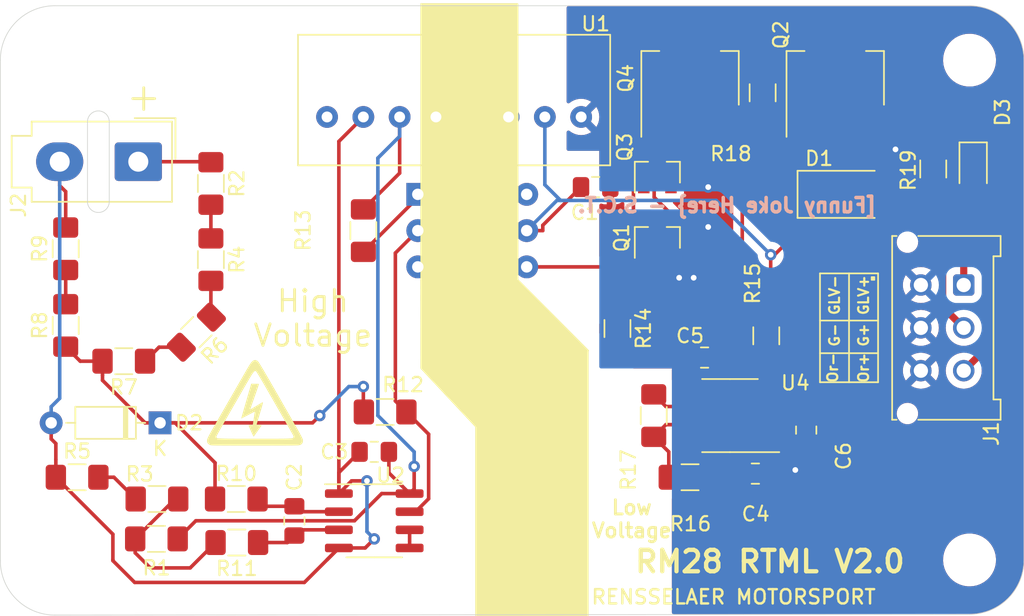
<source format=kicad_pcb>
(kicad_pcb (version 20240108) (generator "pcbnew") (generator_version "8.0")
  (layers (0 "F.Cu" signal) (31 "B.Cu" signal) (34 "B.Paste" user) (35 "F.Paste" user) (36 "B.SilkS" user "B.Silkscreen") (37 "F.SilkS" user "F.Silkscreen") (38 "B.Mask" user) (39 "F.Mask" user) (44 "Edge.Cuts" user))
  (net 0 "")
  (footprint "Package_TO_SOT_SMD:SOT-223-3_TabPin2" (layer "F.Cu") (at 141.732 81.788 90)
    (property "Reference" "Q4" (at 0 -4.5 90) (layer "F.SilkS"))
    (property "Value" "MCT06P10-TP" (hide yes))
    (pad "1" smd rect (at -3.15 -2.3 90) (size 2 1.5) (layers "F.Cu" "F.Paste" "F.Mask"))
    (pad "2" smd rect (at -3.15 0 90) (size 2 1.5) (layers "F.Cu" "F.Paste" "F.Mask"))
    (pad "2" smd rect (at 3.15 0 90) (size 2 3.8) (layers "F.Cu" "F.Paste" "F.Mask"))
    (pad "3" smd rect (at -3.15 2.3 90) (size 2 1.5) (layers "F.Cu" "F.Paste" "F.Mask"))
  )
  (footprint "Capacitor_SMD:C_0805_2012Metric_Pad1.15x1.40mm_HandSolder" (layer "F.Cu") (at 146.304 109.474 180)
    (property "Reference" "C4" (at -0.016909 -2.83128 0) (layer "F.SilkS"))
    (property "Value" "100n")
    (pad "1" smd roundrect (at -1.025 0 180) (size 1.15 1.4) (layers "F.Cu" "F.Paste" "F.Mask") (roundrect_rratio 0.217391))
    (pad "2" smd roundrect (at 1.025 0 180) (size 1.15 1.4) (layers "F.Cu" "F.Paste" "F.Mask") (roundrect_rratio 0.217391))
  )
  (footprint "Capacitor_SMD:C_0805_2012Metric_Pad1.15x1.40mm_HandSolder" (layer "F.Cu") (at 149.86 106.426 90)
    (property "Reference" "C6" (at -1.82095 2.607737 90) (layer "F.SilkS"))
    (property "Value" "1u")
    (pad "1" smd roundrect (at -1.025 0 90) (size 1.15 1.4) (layers "F.Cu" "F.Paste" "F.Mask") (roundrect_rratio 0.217391))
    (pad "2" smd roundrect (at 1.025 0 90) (size 1.15 1.4) (layers "F.Cu" "F.Paste" "F.Mask") (roundrect_rratio 0.217391))
  )
  (footprint "Capacitor_SMD:C_0805_2012Metric_Pad1.15x1.40mm_HandSolder" (layer "F.Cu") (at 114.046 112.785 -90)
    (property "Reference" "C2" (at -3.057 0 90) (layer "F.SilkS"))
    (property "Value" "10n")
    (pad "1" smd roundrect (at -1.025 0 270) (size 1.15 1.4) (layers "F.Cu" "F.Paste" "F.Mask") (roundrect_rratio 0.217391))
    (pad "2" smd roundrect (at 1.025 0 270) (size 1.15 1.4) (layers "F.Cu" "F.Paste" "F.Mask") (roundrect_rratio 0.217391))
  )
  (footprint "Capacitor_SMD:C_0805_2012Metric_Pad1.15x1.40mm_HandSolder" (layer "F.Cu") (at 119.634 107.95 180)
    (property "Reference" "C3" (at 2.794 0 0) (layer "F.SilkS"))
    (property "Value" "100n")
    (pad "1" smd roundrect (at -1.025 0 180) (size 1.15 1.4) (layers "F.Cu" "F.Paste" "F.Mask") (roundrect_rratio 0.217391))
    (pad "2" smd roundrect (at 1.025 0 180) (size 1.15 1.4) (layers "F.Cu" "F.Paste" "F.Mask") (roundrect_rratio 0.217391))
  )
  (footprint "Resistor_SMD:R_1206_3216Metric_Pad1.42x1.75mm_HandSolder" (layer "F.Cu") (at 120.396 105.156)
    (property "Reference" "R12" (at 1.253872 -1.909364 0) (layer "F.SilkS"))
    (property "Value" "1M")
    (pad "1" smd roundrect (at -1.4875 0) (size 1.425 1.75) (layers "F.Cu" "F.Paste" "F.Mask") (roundrect_rratio 0.175439))
    (pad "2" smd roundrect (at 1.4875 0) (size 1.425 1.75) (layers "F.Cu" "F.Paste" "F.Mask") (roundrect_rratio 0.175439))
  )
  (footprint "Resistor_SMD:R_1206_3216Metric_Pad1.42x1.75mm_HandSolder" (layer "F.Cu") (at 141.732 109.728)
    (property "Reference" "R16" (at 0.032187 3.265535 0) (layer "F.SilkS"))
    (property "Value" "22k")
    (pad "1" smd roundrect (at -1.4875 0) (size 1.425 1.75) (layers "F.Cu" "F.Paste" "F.Mask") (roundrect_rratio 0.175439))
    (pad "2" smd roundrect (at 1.4875 0) (size 1.425 1.75) (layers "F.Cu" "F.Paste" "F.Mask") (roundrect_rratio 0.175439))
  )
  (footprint "Connector_Molex:Molex_Micro-Fit_3.0_43045-0612_2x03_P3.00mm_Vertical" (layer "F.Cu") (at 160.8836 96.266 -90)
    (property "Reference" "J1" (at 10.414 -1.9304 90) (layer "F.SilkS"))
    (property "Value" "Conn_01x06_Female" (hide yes))
    (pad "" np_thru_hole circle (at -3 3.94 270) (size 1 1) (drill 1) (layers "F&B.Cu" "*.Mask"))
    (pad "" np_thru_hole circle (at 9 3.94 270) (size 1 1) (drill 1) (layers "F&B.Cu" "*.Mask"))
    (pad "1" thru_hole roundrect (at 0 0 270) (size 1.5 1.5) (drill 1) (layers "*.Cu" "*.Mask") (roundrect_rratio 0.166667))
    (pad "2" thru_hole circle (at 3 0 270) (size 1.5 1.5) (drill 1) (layers "*.Cu" "*.Mask"))
    (pad "3" thru_hole circle (at 6 0 270) (size 1.5 1.5) (drill 1) (layers "*.Cu" "*.Mask"))
    (pad "4" thru_hole circle (at 0 3 270) (size 1.5 1.5) (drill 1) (layers "*.Cu" "*.Mask"))
    (pad "5" thru_hole circle (at 3 3 270) (size 1.5 1.5) (drill 1) (layers "*.Cu" "*.Mask"))
    (pad "6" thru_hole circle (at 6 3 270) (size 1.5 1.5) (drill 1) (layers "*.Cu" "*.Mask"))
  )
  (footprint "Resistor_SMD:R_1206_3216Metric_Pad1.42x1.75mm_HandSolder" (layer "F.Cu") (at 108.204 94.488 -90)
    (property "Reference" "R4" (at 0 -1.82 90) (layer "F.SilkS"))
    (property "Value" "249k")
    (pad "1" smd roundrect (at -1.4875 0 270) (size 1.425 1.75) (layers "F.Cu" "F.Paste" "F.Mask") (roundrect_rratio 0.175439))
    (pad "2" smd roundrect (at 1.4875 0 270) (size 1.425 1.75) (layers "F.Cu" "F.Paste" "F.Mask") (roundrect_rratio 0.175439))
  )
  (footprint "Capacitor_SMD:C_0805_2012Metric_Pad1.15x1.40mm_HandSolder" (layer "F.Cu") (at 142.748 101.346 180)
    (property "Reference" "C5" (at 1.016 1.524 0) (layer "F.SilkS"))
    (property "Value" "100n")
    (pad "1" smd roundrect (at -1.025 0 180) (size 1.15 1.4) (layers "F.Cu" "F.Paste" "F.Mask") (roundrect_rratio 0.217391))
    (pad "2" smd roundrect (at 1.025 0 180) (size 1.15 1.4) (layers "F.Cu" "F.Paste" "F.Mask") (roundrect_rratio 0.217391))
  )
  (footprint "TSAL-HVM:SPAN02" (layer "F.Cu") (at 125.476 83.312 180)
    (property "Reference" "U1" (at -9.652 5.334 0) (layer "F.SilkS"))
    (property "Value" "SPAN02A-12")
    (pad "1" thru_hole circle (at -8.636 -1.184 180) (size 1.524 1.524) (drill 0.762) (layers "*.Cu" "*.Mask"))
    (pad "2" thru_hole circle (at -6.096 -1.184 180) (size 1.524 1.524) (drill 0.762) (layers "*.Cu" "*.Mask"))
    (pad "3" thru_hole circle (at -3.556 -1.184 180) (size 1.524 1.524) (drill 0.762) (layers "*.Cu" "*.Mask"))
    (pad "5" thru_hole circle (at 1.524 -1.184 180) (size 1.524 1.524) (drill 0.762) (layers "*.Cu" "*.Mask"))
    (pad "6" thru_hole circle (at 4.064 -1.184 180) (size 1.524 1.524) (drill 0.762) (layers "*.Cu" "*.Mask"))
    (pad "7" thru_hole circle (at 6.604 -1.184 180) (size 1.524 1.524) (drill 0.762) (layers "*.Cu" "*.Mask"))
    (pad "8" thru_hole circle (at 9.144 -1.184 180) (size 1.524 1.524) (drill 0.762) (layers "*.Cu" "*.Mask"))
  )
  (footprint "TSAL-HVM:electric-shock-symbol" (layer "F.Cu") (at 111.29 104.518)
    (property "Reference" "G***" (hide yes))
    (property "Value" "LOGO" (hide yes))
  )
  (footprint "Resistor_SMD:R_1206_3216Metric_Pad1.42x1.75mm_HandSolder" (layer "F.Cu") (at 139.192 105.41 -90)
    (property "Reference" "R17" (at 3.81 1.778 90) (layer "F.SilkS"))
    (property "Value" "220k")
    (pad "1" smd roundrect (at -1.4875 0 270) (size 1.425 1.75) (layers "F.Cu" "F.Paste" "F.Mask") (roundrect_rratio 0.175439))
    (pad "2" smd roundrect (at 1.4875 0 270) (size 1.425 1.75) (layers "F.Cu" "F.Paste" "F.Mask") (roundrect_rratio 0.175439))
  )
  (footprint "Package_TO_SOT_SMD:SOT-23" (layer "F.Cu") (at 139.446 92.964 90)
    (property "Reference" "Q1" (at 0 -2.5 90) (layer "F.SilkS"))
    (property "Value" "2N7002" (hide yes))
    (pad "1" smd rect (at -1 -0.95 90) (size 0.9 0.8) (layers "F.Cu" "F.Paste" "F.Mask"))
    (pad "2" smd rect (at -1 0.95 90) (size 0.9 0.8) (layers "F.Cu" "F.Paste" "F.Mask"))
    (pad "3" smd rect (at 1 0 90) (size 0.9 0.8) (layers "F.Cu" "F.Paste" "F.Mask"))
  )
  (footprint "Resistor_SMD:R_1206_3216Metric_Pad1.42x1.75mm_HandSolder" (layer "F.Cu") (at 98.044 93.726 90)
    (property "Reference" "R9" (at 0 -1.82 90) (layer "F.SilkS"))
    (property "Value" "2k2")
    (pad "1" smd roundrect (at -1.4875 0 90) (size 1.425 1.75) (layers "F.Cu" "F.Paste" "F.Mask") (roundrect_rratio 0.175439))
    (pad "2" smd roundrect (at 1.4875 0 90) (size 1.425 1.75) (layers "F.Cu" "F.Paste" "F.Mask") (roundrect_rratio 0.175439))
  )
  (footprint "LED_SMD:LED_0805_2012Metric_Pad1.15x1.40mm_HandSolder" (layer "F.Cu") (at 161.544 88.138 -90)
    (property "Reference" "D3" (at -3.96143 -2.056787 90) (layer "F.SilkS"))
    (property "Value" "VHI")
    (pad "1" smd roundrect (at -1.025 0 270) (size 1.15 1.4) (layers "F.Cu" "F.Paste" "F.Mask") (roundrect_rratio 0.217391))
    (pad "2" smd roundrect (at 1.025 0 270) (size 1.15 1.4) (layers "F.Cu" "F.Paste" "F.Mask") (roundrect_rratio 0.217391))
  )
  (footprint "Resistor_SMD:R_1206_3216Metric_Pad1.42x1.75mm_HandSolder" (layer "F.Cu") (at 107.188 99.568 -135)
    (property "Reference" "R6" (at 0 -1.82 45) (layer "F.SilkS"))
    (property "Value" "249k")
    (pad "1" smd roundrect (at -1.4875 0 225) (size 1.425 1.75) (layers "F.Cu" "F.Paste" "F.Mask") (roundrect_rratio 0.175439))
    (pad "2" smd roundrect (at 1.4875 0 225) (size 1.425 1.75) (layers "F.Cu" "F.Paste" "F.Mask") (roundrect_rratio 0.175439))
  )
  (footprint "Resistor_SMD:R_1206_3216Metric_Pad1.42x1.75mm_HandSolder" (layer "F.Cu") (at 98.044 99.0965 90)
    (property "Reference" "R8" (at 0 -1.82 90) (layer "F.SilkS"))
    (property "Value" "49k9")
    (pad "1" smd roundrect (at -1.4875 0 90) (size 1.425 1.75) (layers "F.Cu" "F.Paste" "F.Mask") (roundrect_rratio 0.175439))
    (pad "2" smd roundrect (at 1.4875 0 90) (size 1.425 1.75) (layers "F.Cu" "F.Paste" "F.Mask") (roundrect_rratio 0.175439))
  )
  (footprint "Package_DIP:DIP-6_W7.62mm" (layer "F.Cu") (at 122.682 89.916)
    (property "Reference" "U3" (at 3.81 -2.33 0) (layer "F.SilkS"))
    (property "Value" "4N35")
    (pad "1" thru_hole rect (at 0 0) (size 1.6 1.6) (drill 0.8) (layers "*.Cu" "*.Mask"))
    (pad "2" thru_hole oval (at 0 2.54) (size 1.6 1.6) (drill 0.8) (layers "*.Cu" "*.Mask"))
    (pad "3" thru_hole oval (at 0 5.08) (size 1.6 1.6) (drill 0.8) (layers "*.Cu" "*.Mask"))
    (pad "4" thru_hole oval (at 7.62 5.08) (size 1.6 1.6) (drill 0.8) (layers "*.Cu" "*.Mask"))
    (pad "5" thru_hole oval (at 7.62 2.54) (size 1.6 1.6) (drill 0.8) (layers "*.Cu" "*.Mask"))
    (pad "6" thru_hole oval (at 7.62 0) (size 1.6 1.6) (drill 0.8) (layers "*.Cu" "*.Mask"))
  )
  (footprint "Resistor_SMD:R_1206_3216Metric_Pad1.42x1.75mm_HandSolder" (layer "F.Cu") (at 110.0185 114.3 180)
    (property "Reference" "R11" (at 0 -1.82 0) (layer "F.SilkS"))
    (property "Value" "100")
    (pad "1" smd roundrect (at -1.4875 0 180) (size 1.425 1.75) (layers "F.Cu" "F.Paste" "F.Mask") (roundrect_rratio 0.175439))
    (pad "2" smd roundrect (at 1.4875 0 180) (size 1.425 1.75) (layers "F.Cu" "F.Paste" "F.Mask") (roundrect_rratio 0.175439))
  )
  (footprint "Resistor_SMD:R_1206_3216Metric_Pad1.42x1.75mm_HandSolder" (layer "F.Cu") (at 147.066 99.822 90)
    (property "Reference" "R15" (at 3.657417 -0.956957 90) (layer "F.SilkS"))
    (property "Value" "22k")
    (pad "1" smd roundrect (at -1.4875 0 90) (size 1.425 1.75) (layers "F.Cu" "F.Paste" "F.Mask") (roundrect_rratio 0.175439))
    (pad "2" smd roundrect (at 1.4875 0 90) (size 1.425 1.75) (layers "F.Cu" "F.Paste" "F.Mask") (roundrect_rratio 0.175439))
  )
  (footprint "Resistor_SMD:R_1206_3216Metric_Pad1.42x1.75mm_HandSolder" (layer "F.Cu") (at 136.652 99.314 -90)
    (property "Reference" "R14" (at 0 -1.82 90) (layer "F.SilkS"))
    (property "Value" "10k")
    (pad "1" smd roundrect (at -1.4875 0 270) (size 1.425 1.75) (layers "F.Cu" "F.Paste" "F.Mask") (roundrect_rratio 0.175439))
    (pad "2" smd roundrect (at 1.4875 0 270) (size 1.425 1.75) (layers "F.Cu" "F.Paste" "F.Mask") (roundrect_rratio 0.175439))
  )
  (footprint "Resistor_SMD:R_1206_3216Metric_Pad1.42x1.75mm_HandSolder" (layer "F.Cu") (at 109.982 111.252 180)
    (property "Reference" "R10" (at 0 1.778 0) (layer "F.SilkS"))
    (property "Value" "100")
    (pad "1" smd roundrect (at -1.4875 0 180) (size 1.425 1.75) (layers "F.Cu" "F.Paste" "F.Mask") (roundrect_rratio 0.175439))
    (pad "2" smd roundrect (at 1.4875 0 180) (size 1.425 1.75) (layers "F.Cu" "F.Paste" "F.Mask") (roundrect_rratio 0.175439))
  )
  (footprint "Package_TO_SOT_SMD:SOT-223-3_TabPin2" (layer "F.Cu") (at 151.892 81.788 90)
    (property "Reference" "Q2" (at 3.048 -3.81 90) (layer "F.SilkS"))
    (property "Value" "MCT06P10-TP")
    (pad "1" smd rect (at -3.15 -2.3 90) (size 2 1.5) (layers "F.Cu" "F.Paste" "F.Mask"))
    (pad "2" smd rect (at -3.15 0 90) (size 2 1.5) (layers "F.Cu" "F.Paste" "F.Mask"))
    (pad "2" smd rect (at 3.15 0 90) (size 2 3.8) (layers "F.Cu" "F.Paste" "F.Mask"))
    (pad "3" smd rect (at -3.15 2.3 90) (size 2 1.5) (layers "F.Cu" "F.Paste" "F.Mask"))
  )
  (footprint "Connector_Molex:Molex_Mini-Fit_Jr_5566-02A_2x01_P4.20mm_Vertical" (layer "F.Cu") (at 103.124 87.63 -90)
    (property "Reference" "J2" (at 3.048 8.382 90) (layer "F.SilkS"))
    (property "Value" "HV")
    (pad "1" thru_hole roundrect (at 0 0 270) (size 2.7 3.3) (drill 1.4) (layers "*.Cu" "*.Mask") (roundrect_rratio 0.092593))
    (pad "2" thru_hole oval (at 0 5.5 270) (size 2.7 3.3) (drill 1.4) (layers "*.Cu" "*.Mask"))
  )
  (footprint "Capacitor_SMD:C_0805_2012Metric_Pad1.15x1.40mm_HandSolder" (layer "F.Cu") (at 135.128 89.408 180)
    (property "Reference" "C1" (at 0.762 -1.778 0) (layer "F.SilkS"))
    (property "Value" "1u")
    (pad "1" smd roundrect (at -1.025 0 180) (size 1.15 1.4) (layers "F.Cu" "F.Paste" "F.Mask") (roundrect_rratio 0.217391))
    (pad "2" smd roundrect (at 1.025 0 180) (size 1.15 1.4) (layers "F.Cu" "F.Paste" "F.Mask") (roundrect_rratio 0.217391))
  )
  (footprint "Resistor_SMD:R_1206_3216Metric_Pad1.42x1.75mm_HandSolder" (layer "F.Cu") (at 108.204 89.154 -90)
    (property "Reference" "R2" (at 0 -1.82 90) (layer "F.SilkS"))
    (property "Value" "249k")
    (pad "1" smd roundrect (at -1.4875 0 270) (size 1.425 1.75) (layers "F.Cu" "F.Paste" "F.Mask") (roundrect_rratio 0.175439))
    (pad "2" smd roundrect (at 1.4875 0 270) (size 1.425 1.75) (layers "F.Cu" "F.Paste" "F.Mask") (roundrect_rratio 0.175439))
  )
  (footprint "Resistor_SMD:R_1206_3216Metric_Pad1.42x1.75mm_HandSolder" (layer "F.Cu") (at 146.812 82.804 -90)
    (property "Reference" "R18" (at 4.267987 2.221287 180) (layer "F.SilkS"))
    (property "Value" "10k")
    (pad "1" smd roundrect (at -1.4875 0 270) (size 1.425 1.75) (layers "F.Cu" "F.Paste" "F.Mask") (roundrect_rratio 0.175439))
    (pad "2" smd roundrect (at 1.4875 0 270) (size 1.425 1.75) (layers "F.Cu" "F.Paste" "F.Mask") (roundrect_rratio 0.175439))
  )
  (footprint "Resistor_SMD:R_1206_3216Metric_Pad1.42x1.75mm_HandSolder" (layer "F.Cu") (at 118.872 92.456 -90)
    (property "Reference" "R13" (at -0.018641 4.21543 90) (layer "F.SilkS"))
    (property "Value" "2k2")
    (pad "1" smd roundrect (at -1.4875 0 270) (size 1.425 1.75) (layers "F.Cu" "F.Paste" "F.Mask") (roundrect_rratio 0.175439))
    (pad "2" smd roundrect (at 1.4875 0 270) (size 1.425 1.75) (layers "F.Cu" "F.Paste" "F.Mask") (roundrect_rratio 0.175439))
  )
  (footprint "Resistor_SMD:R_1206_3216Metric_Pad1.42x1.75mm_HandSolder" (layer "F.Cu") (at 158.75 88.138 90)
    (property "Reference" "R19" (at -0.096901 -1.746967 90) (layer "F.SilkS"))
    (property "Value" "2k2")
    (pad "1" smd roundrect (at -1.4875 0 90) (size 1.425 1.75) (layers "F.Cu" "F.Paste" "F.Mask") (roundrect_rratio 0.175439))
    (pad "2" smd roundrect (at 1.4875 0 90) (size 1.425 1.75) (layers "F.Cu" "F.Paste" "F.Mask") (roundrect_rratio 0.175439))
  )
  (footprint "Resistor_SMD:R_1206_3216Metric_Pad1.42x1.75mm_HandSolder" (layer "F.Cu") (at 104.394 114.046)
    (property "Reference" "R1" (at 0 2.032 0) (layer "F.SilkS"))
    (property "Value" "75k")
    (pad "1" smd roundrect (at -1.4875 0) (size 1.425 1.75) (layers "F.Cu" "F.Paste" "F.Mask") (roundrect_rratio 0.175439))
    (pad "2" smd roundrect (at 1.4875 0) (size 1.425 1.75) (layers "F.Cu" "F.Paste" "F.Mask") (roundrect_rratio 0.175439))
  )
  (footprint "Resistor_SMD:R_1206_3216Metric_Pad1.42x1.75mm_HandSolder" (layer "F.Cu") (at 104.4305 111.252)
    (property "Reference" "R3" (at -1.20702 -1.746052 0) (layer "F.SilkS"))
    (property "Value" "24k")
    (pad "1" smd roundrect (at -1.4875 0) (size 1.425 1.75) (layers "F.Cu" "F.Paste" "F.Mask") (roundrect_rratio 0.175439))
    (pad "2" smd roundrect (at 1.4875 0) (size 1.425 1.75) (layers "F.Cu" "F.Paste" "F.Mask") (roundrect_rratio 0.175439))
  )
  (footprint "Package_TO_SOT_SMD:SOT-23" (layer "F.Cu") (at 139.446 88.392 90)
    (property "Reference" "Q3" (at 1.778 -2.286 90) (layer "F.SilkS"))
    (property "Value" "2N7002" (hide yes))
    (pad "1" smd rect (at -1 -0.95 90) (size 0.9 0.8) (layers "F.Cu" "F.Paste" "F.Mask"))
    (pad "2" smd rect (at -1 0.95 90) (size 0.9 0.8) (layers "F.Cu" "F.Paste" "F.Mask"))
    (pad "3" smd rect (at 1 0 90) (size 0.9 0.8) (layers "F.Cu" "F.Paste" "F.Mask"))
  )
  (footprint "Resistor_SMD:R_1206_3216Metric_Pad1.42x1.75mm_HandSolder" (layer "F.Cu") (at 102.108 101.6 180)
    (property "Reference" "R7" (at 0 -1.82 0) (layer "F.SilkS"))
    (property "Value" "249k")
    (pad "1" smd roundrect (at -1.4875 0 180) (size 1.425 1.75) (layers "F.Cu" "F.Paste" "F.Mask") (roundrect_rratio 0.175439))
    (pad "2" smd roundrect (at 1.4875 0 180) (size 1.425 1.75) (layers "F.Cu" "F.Paste" "F.Mask") (roundrect_rratio 0.175439))
  )
  (footprint "Package_SO:SOIC-8_3.9x4.9mm_P1.27mm" (layer "F.Cu") (at 119.634 112.776)
    (property "Reference" "U2" (at 1.145665 -3.184762 0) (layer "F.SilkS"))
    (property "Value" "LM311")
    (pad "1" smd roundrect (at -2.475 -1.905) (size 1.95 0.6) (layers "F.Cu" "F.Paste" "F.Mask"))
    (pad "2" smd roundrect (at -2.475 -0.635) (size 1.95 0.6) (layers "F.Cu" "F.Paste" "F.Mask"))
    (pad "3" smd roundrect (at -2.475 0.635) (size 1.95 0.6) (layers "F.Cu" "F.Paste" "F.Mask"))
    (pad "4" smd roundrect (at -2.475 1.905) (size 1.95 0.6) (layers "F.Cu" "F.Paste" "F.Mask"))
    (pad "5" smd roundrect (at 2.475 1.905) (size 1.95 0.6) (layers "F.Cu" "F.Paste" "F.Mask"))
    (pad "6" smd roundrect (at 2.475 0.635) (size 1.95 0.6) (layers "F.Cu" "F.Paste" "F.Mask"))
    (pad "7" smd roundrect (at 2.475 -0.635) (size 1.95 0.6) (layers "F.Cu" "F.Paste" "F.Mask"))
    (pad "8" smd roundrect (at 2.475 -1.905) (size 1.95 0.6) (layers "F.Cu" "F.Paste" "F.Mask"))
  )
  (footprint "Diode_THT:D_DO-35_SOD27_P7.62mm_Horizontal" (layer "F.Cu") (at 104.648 105.918 180)
    (property "Reference" "D2" (at -2.032 0 0) (layer "F.SilkS"))
    (property "Value" "12V")
    (fp_text user "K" (at 0 -1.8 0) (layer "F.SilkS"))
    (pad "1" thru_hole rect (at 0 0 180) (size 1.6 1.6) (drill 0.8) (layers "*.Cu" "*.Mask"))
    (pad "2" thru_hole oval (at 7.62 0 180) (size 1.6 1.6) (drill 0.8) (layers "*.Cu" "*.Mask"))
  )
  (footprint "Resistor_SMD:R_1206_3216Metric_Pad1.42x1.75mm_HandSolder" (layer "F.Cu") (at 98.8425 109.728)
    (property "Reference" "R5" (at 0 -1.82 0) (layer "F.SilkS"))
    (property "Value" "900")
    (pad "1" smd roundrect (at -1.4875 0) (size 1.425 1.75) (layers "F.Cu" "F.Paste" "F.Mask") (roundrect_rratio 0.175439))
    (pad "2" smd roundrect (at 1.4875 0) (size 1.425 1.75) (layers "F.Cu" "F.Paste" "F.Mask") (roundrect_rratio 0.175439))
  )
  (footprint "Diode_SMD:D_SMA" (layer "F.Cu") (at 152.654 89.916)
    (property "Reference" "D1" (at -1.892726 -2.511752 0) (layer "F.SilkS"))
    (property "Value" "D" (hide yes))
    (pad "1" smd rect (at -2 0) (size 2.5 1.8) (layers "F.Cu" "F.Paste" "F.Mask"))
    (pad "2" smd rect (at 2 0) (size 2.5 1.8) (layers "F.Cu" "F.Paste" "F.Mask"))
  )
  (footprint "Package_SO:SOIC-8_3.9x4.9mm_P1.27mm" (layer "F.Cu") (at 144.526 105.41 180)
    (property "Reference" "U4" (at -4.572 2.286 0) (layer "F.SilkS"))
    (property "Value" "NE555" (hide yes))
    (pad "1" smd roundrect (at -2.475 -1.905 180) (size 1.95 0.6) (layers "F.Cu" "F.Paste" "F.Mask"))
    (pad "2" smd roundrect (at -2.475 -0.635 180) (size 1.95 0.6) (layers "F.Cu" "F.Paste" "F.Mask"))
    (pad "3" smd roundrect (at -2.475 0.635 180) (size 1.95 0.6) (layers "F.Cu" "F.Paste" "F.Mask"))
    (pad "4" smd roundrect (at -2.475 1.905 180) (size 1.95 0.6) (layers "F.Cu" "F.Paste" "F.Mask"))
    (pad "5" smd roundrect (at 2.475 1.905 180) (size 1.95 0.6) (layers "F.Cu" "F.Paste" "F.Mask"))
    (pad "6" smd roundrect (at 2.475 0.635 180) (size 1.95 0.6) (layers "F.Cu" "F.Paste" "F.Mask"))
    (pad "7" smd roundrect (at 2.475 -0.635 180) (size 1.95 0.6) (layers "F.Cu" "F.Paste" "F.Mask"))
    (pad "8" smd roundrect (at 2.475 -1.905 180) (size 1.95 0.6) (layers "F.Cu" "F.Paste" "F.Mask"))
  )
  (gr_rect (start 122.939866 76.602332) (end 129.647255 95.918988) (stroke (width 0.15)) (fill solid) (layer "F.SilkS"))
  (gr_line (start 154.8892 103.0732) (end 150.8252 103.0732) (stroke (width 0.12)) (layer "F.SilkS"))
  (gr_poly (pts (xy 129.647255 95.918988) (xy 134.559313 100.85218) (xy 126.72554 106.117356) (xy 122.943923 102.077496) (xy 122.939866 95.918988)) (stroke (width 0.15)) (fill solid) (layer "F.SilkS"))
  (gr_poly (pts (xy 154.432 95.7072) (xy 154.6352 95.7072) (xy 154.6352 95.9104) (xy 154.432 95.9104)) (stroke (width 0.1)) (fill solid) (layer "F.SilkS"))
  (gr_line (start 126.72554 106.117356) (end 122.943923 102.077496) (stroke (width 0.15)) (layer "F.SilkS"))
  (gr_line (start 122.939866 95.918988) (end 122.943923 102.077496) (stroke (width 0.15)) (layer "F.SilkS"))
  (gr_line (start 154.8892 95.4532) (end 154.8892 103.0732) (stroke (width 0.12)) (layer "F.SilkS"))
  (gr_line (start 129.647255 95.918988) (end 134.559313 100.85218) (stroke (width 0.15)) (layer "F.SilkS"))
  (gr_line (start 152.8572 103.0732) (end 152.8572 95.4532) (stroke (width 0.12)) (layer "F.SilkS"))
  (gr_rect (start 126.775442 100.85218) (end 134.559313 119.40807) (stroke (width 0.15)) (fill solid) (layer "F.SilkS"))
  (gr_line (start 150.8252 103.0732) (end 150.8252 95.4532) (stroke (width 0.12)) (layer "F.SilkS"))
  (gr_line (start 150.8252 98.7552) (end 154.8892 98.7552) (stroke (width 0.12)) (layer "F.SilkS"))
  (gr_line (start 154.8892 101.0412) (end 150.8252 101.0412) (stroke (width 0.12)) (layer "F.SilkS"))
  (gr_line (start 150.8252 95.4532) (end 154.8892 95.4532) (stroke (width 0.12)) (layer "F.SilkS"))
  (gr_line (start 99.568 84.836) (end 99.568 90.424) (stroke (width 0.05)) (layer "Edge.Cuts"))
  (gr_line (start 97.282 76.708) (end 161.29 76.708) (stroke (width 0.05)) (layer "Edge.Cuts"))
  (gr_line (start 93.472 115.57) (end 93.472 80.518) (stroke (width 0.05)) (layer "Edge.Cuts"))
  (gr_line (start 101.092 84.836) (end 101.092 90.424) (stroke (width 0.05)) (layer "Edge.Cuts"))
  (gr_line (start 165.1 80.518) (end 165.1 115.518) (stroke (width 0.05)) (layer "Edge.Cuts"))
  (gr_line (start 161.29 119.328) (end 97.282 119.38) (stroke (width 0.05)) (layer "Edge.Cuts"))
  (gr_arc (start 101.092 90.424) (mid 100.33 91.186) (end 99.568 90.424) (stroke (width 0.05)) (layer "Edge.Cuts"))
  (gr_arc (start 165.1 115.518) (mid 163.984077 118.212077) (end 161.29 119.328) (stroke (width 0.05)) (layer "Edge.Cuts"))
  (gr_arc (start 97.282 119.38) (mid 94.587923 118.264077) (end 93.472 115.57) (stroke (width 0.05)) (layer "Edge.Cuts"))
  (gr_arc (start 93.472 80.518) (mid 94.587923 77.823923) (end 97.282 76.708) (stroke (width 0.05)) (layer "Edge.Cuts"))
  (gr_arc (start 161.29 76.708) (mid 163.984077 77.823923) (end 165.1 80.518) (stroke (width 0.05)) (layer "Edge.Cuts"))
  (gr_arc (start 99.568 84.836) (mid 100.33 84.074) (end 101.092 84.836) (stroke (width 0.05)) (layer "Edge.Cuts"))
  (gr_text "[Funny Joke Here} - S.C.T.\n" (at 144.317981 90.688313 0) (layer "B.SilkS") (effects (font (size 1 1) (thickness 0.25)) (justify mirror)))
  (gr_text "G+" (at 153.8732 99.7712 90) (layer "F.SilkS") (effects (font (size 0.7 0.7))))
  (gr_text "Or+\n" (at 153.8732 102.0572 90) (layer "F.SilkS") (effects (font (size 0.7 0.7))))
  (gr_text "RM28 RTML V2.0\n\n" (at 147.32 116.84 0) (layer "F.SilkS") (effects (font (size 1.5 1.5) (thickness 0.3))))
  (gr_text "High\nVoltage" (at 115.344825 98.595477 0) (layer "F.SilkS") (effects (font (size 1.5 1.5) (thickness 0.2))))
  (gr_text "Low\nVoltage" (at 137.651531 112.651524 0) (layer "F.SilkS") (effects (font (size 1 1) (thickness 0.2))))
  (gr_text "Or-" (at 151.7142 102.0572 90) (layer "F.SilkS") (effects (font (size 0.7 0.7))))
  (gr_text "+" (at 103.505 83.058 0) (layer "F.SilkS") (effects (font (size 2 2) (thickness 0.2))))
  (gr_text "RENSSELAER MOTORSPORT" (at 144.78 118.11 0) (layer "F.SilkS") (effects (font (size 1 1) (thickness 0.17))))
  (gr_text "G-" (at 151.8412 99.7712 90) (layer "F.SilkS") (effects (font (size 0.7 0.7))))
  (gr_text "GLV+" (at 153.8732 96.9772 90) (layer "F.SilkS") (effects (font (size 0.7 0.7))))
  (gr_text "GLV-" (at 151.8412 96.9772 90) (layer "F.SilkS") (effects (font (size 0.7 0.7))))
  (segment (start 138.496 89.392) (end 139.2213 89.392) (width 0.25) (layer "F.Cu") (net 0))
  (segment (start 148.5167 84.938) (end 148.5167 85.4502) (width 0.25) (layer "F.Cu") (net 0))
  (segment (start 122.61099 90.20451) (end 122.61099 89.98701) (width 0.25) (layer "F.Cu") (net 0))
  (segment (start 147.066 98.3345) (end 150.0717 101.3402) (width 0.25) (layer "F.Cu") (net 0))
  (segment (start 100.6205 102.9405) (end 100.6205 102.575) (width 0.25) (layer "F.Cu") (net 0))
  (segment (start 139.2213 89.392) (end 139.2213 90.1173) (width 0.25) (layer "F.Cu") (net 0))
  (segment (start 104.648 105.918) (end 103.598 105.918) (width 0.25) (layer "F.Cu") (net 0))
  (segment (start 117.159 86.209) (end 118.872 84.496) (width 0.25) (layer "F.Cu") (net 0))
  (segment (start 154.654 85.4) (end 154.192 84.938) (width 0.5) (layer "F.Cu") (net 0))
  (segment (start 141.723 103.177) (end 142.051 103.505) (width 0.25) (layer "F.Cu") (net 0))
  (segment (start 146.5318 104.775) (end 147.001 104.775) (width 0.25) (layer "F.Cu") (net 0))
  (segment (start 118.999 114.681) (end 119.634 114.046) (width 0.25) (layer "F.Cu") (net 0))
  (segment (start 163.0172 91.3112) (end 163.0172 100.1324) (width 0.5) (layer "F.Cu") (net 0))
  (segment (start 117.159 110.871) (end 117.159 86.209) (width 0.25) (layer "F.Cu") (net 0))
  (segment (start 147.6491 94.1462) (end 147.375 94.1462) (width 0.25) (layer "F.Cu") (net 0))
  (segment (start 154.654 89.916) (end 154.654 85.4) (width 0.5) (layer "F.Cu") (net 0))
  (segment (start 150.0717 103.3357) (end 151.638 104.902) (width 0.25) (layer "F.Cu") (net 0))
  (segment (start 144.9975 111.506) (end 143.2195 109.728) (width 0.25) (layer "F.Cu") (net 0))
  (segment (start 97.028 105.918) (end 97.028 107.0433) (width 0.25) (layer "F.Cu") (net 0))
  (segment (start 107.1515 112.776) (end 118.2494 112.776) (width 0.25) (layer "F.Cu") (net 0))
  (segment (start 98.044 89.7253) (end 98.044 92.2385) (width 0.25) (layer "F.Cu") (net 0))
  (segment (start 97.624 89.3053) (end 98.044 89.7253) (width 0.25) (layer "F.Cu") (net 0))
  (segment (start 121.112153 94.025847) (end 122.61099 92.52701) (width 0.25) (layer "F.Cu") (net 0))
  (segment (start 122.428 108.966) (end 122.428 110.552) (width 0.25) (layer "F.Cu") (net 0))
  (segment (start 157.734 85.09) (end 162.306 85.09) (width 0.5) (layer "F.Cu") (net 0))
  (segment (start 159.4104 97.7928) (end 159.4104 93.6244) (width 0.5) (layer "F.Cu") (net 0))
  (segment (start 103.9635 116.078) (end 106.753 116.078) (width 0.25) (layer "F.Cu") (net 0))
  (segment (start 152.654 91.3892) (end 152.654 87.271998) (width 0.5) (layer "F.Cu") (net 0))
  (segment (start 145.386 99.6295) (end 147.066 101.3095) (width 0.25) (layer "F.Cu") (net 0))
  (segment (start 148.5167 85.4502) (end 145.386 88.5809) (width 0.25) (layer "F.Cu") (net 0))
  (segment (start 150.654 89.916) (end 150.654 91.1413) (width 0.25) (layer "F.Cu") (net 0))
  (segment (start 118.2494 112.776) (end 120.1544 110.871) (width 0.25) (layer "F.Cu") (net 0))
  (segment (start 154.94 90.202) (end 154.654 89.916) (width 0.5) (layer "F.Cu") (net 0))
  (segment (start 147.375 94.1462) (end 147.375 98.0255) (width 0.25) (layer "F.Cu") (net 0))
  (segment (start 148.844 111.506) (end 144.9975 111.506) (width 0.25) (layer "F.Cu") (net 0))
  (segment (start 115.316 105.918) (end 115.824 105.41) (width 0.25) (layer "F.Cu") (net 0))
  (segment (start 117.159 112.141) (end 114.427 112.141) (width 0.25) (layer "F.Cu") (net 0))
  (segment (start 141.732 78.638) (end 146.964 78.638) (width 0.5) (layer "F.Cu") (net 0))
  (segment (start 143.4735 109.474) (end 143.2195 109.728) (width 0.25) (layer "F.Cu") (net 0))
  (segment (start 137.7706 91.0139) (end 137.7706 88.7698) (width 0.25) (layer "F.Cu") (net 0))
  (segment (start 114.046 111.76) (end 111.9775 111.76) (width 0.25) (layer "F.Cu") (net 0))
  (segment (start 142.051 108.0515) (end 143.4735 109.474) (width 0.25) (layer "F.Cu") (net 0))
  (segment (start 108.4945 111.252) (end 108.4945 108.7145) (width 0.25) (layer "F.Cu") (net 0))
  (segment (start 121.412 84.496) (end 121.412 88.4285) (width 0.25) (layer "F.Cu") (net 0))
  (segment (start 136.652 94.996) (end 136.652 97.8265) (width 0.25) (layer "F.Cu") (net 0))
  (segment (start 139.446 86.6167) (end 139.432 86.6027) (width 0.25) (layer "F.Cu") (net 0))
  (segment (start 151.638 104.902) (end 151.638 108.712) (width 0.25) (layer "F.Cu") (net 0))
  (segment (start 147.375 98.0255) (end 147.066 98.3345) (width 0.25) (layer "F.Cu") (net 0))
  (segment (start 108.2398 98.5162) (end 108.204 98.4804) (width 0.25) (layer "F.Cu") (net 0))
  (segment (start 120.659 109.421) (end 122.109 110.871) (width 0.25) (layer "F.Cu") (net 0))
  (segment (start 134.103 89.408) (end 131.4273 92.0837) (width 0.25) (layer "F.Cu") (net 0))
  (segment (start 160.8836 99.266) (end 159.4104 97.7928) (width 0.5) (layer "F.Cu") (net 0))
  (segment (start 123.441 111.2305) (end 123.441 106.7135) (width 0.25) (layer "F.Cu") (net 0))
  (segment (start 140.2445 107.95) (end 139.192 106.8975) (width 0.25) (layer "F.Cu") (net 0))
  (segment (start 162.805 89.163) (end 163.322 88.646) (width 0.5) (layer "F.Cu") (net 0))
  (segment (start 114.046 113.81) (end 113.556 114.3) (width 0.25) (layer "F.Cu") (net 0))
  (segment (start 113.556 114.3) (end 111.506 114.3) (width 0.25) (layer "F.Cu") (net 0))
  (segment (start 140.2445 109.728) (end 140.2445 107.95) (width 0.25) (layer "F.Cu") (net 0))
  (segment (start 98.044 97.609) (end 98.044 95.2135) (width 0.25) (layer "F.Cu") (net 0))
  (segment (start 139.432 83.326) (end 139.432 84.938) (width 0.25) (layer "F.Cu") (net 0))
  (segment (start 118.872 105.1195) (end 118.9085 105.156) (width 0.25) (layer "F.Cu") (net 0))
  (segment (start 118.872 103.378) (end 118.872 105.1195) (width 0.25) (layer "F.Cu") (net 0))
  (segment (start 144.8559 103.0991) (end 146.5318 104.775) (width 0.25) (layer "F.Cu") (net 0))
  (segment (start 103.124 87.63) (end 108.1675 87.63) (width 0.25) (layer "F.Cu") (net 0))
  (segment (start 146.8485 84.2915) (end 148.082 83.058) (width 0.5) (layer "F.Cu") (net 0))
  (segment (start 151.638 108.712) (end 148.844 111.506) (width 0.25) (layer "F.Cu") (net 0))
  (segment (start 111.9775 111.76) (end 111.4695 111.252) (width 0.25) (layer "F.Cu") (net 0))
  (segment (start 130.302 92.456) (end 131.4273 92.456) (width 0.25) (layer "F.Cu") (net 0))
  (segment (start 114.746 117.094) (end 117.159 114.681) (width 0.25) (layer "F.Cu") (net 0))
  (segment (start 159.4104 93.6244) (end 157.6832 91.8972) (width 0.5) (layer "F.Cu") (net 0))
  (segment (start 154.192 83.438) (end 154.192 84.938) (width 0.5) (layer "F.Cu") (net 0))
  (segment (start 142.051 104.775) (end 143.891 104.775) (width 0.25) (layer "F.Cu") (net 0))
  (segment (start 118.609 107.95) (end 117.159 109.4) (width 0.25) (layer "F.Cu") (net 0))
  (segment (start 117.159 114.681) (end 118.999 114.681) (width 0.25) (layer "F.Cu") (net 0))
  (segment (start 140.0445 106.045) (end 139.192 106.8975) (width 0.25) (layer "F.Cu") (net 0))
  (segment (start 158.75 91.0336) (end 157.5216 91.0336) (width 0.5) (layer "F.Cu") (net 0))
  (segment (start 122.428 110.552) (end 122.109 110.871) (width 0.25) (layer "F.Cu") (net 0))
  (segment (start 161.544 89.838) (end 163.0172 91.3112) (width 0.5) (layer "F.Cu") (net 0))
  (segment (start 159.0315 89.6255) (end 158.75 89.6255) (width 0.25) (layer "F.Cu") (net 0))
  (segment (start 157.734 85.09) (end 154.94 82.296) (width 0.25) (layer "F.Cu") (net 0))
  (segment (start 100.6205 102.575) (end 100.6205 101.6) (width 0.25) (layer "F.Cu") (net 0))
  (segment (start 119.126 109.982) (end 118.048 109.982) (width 0.25) (layer "F.Cu") (net 0))
  (segment (start 101.351557 115.575557) (end 102.87 117.094) (width 0.25) (layer "F.Cu") (net 0))
  (segment (start 100.6205 101.6) (end 99.06 101.6) (width 0.25) (layer "F.Cu") (net 0))
  (segment (start 147.066 103.44) (end 147.066 101.3095) (width 0.25) (layer "F.Cu") (net 0))
  (segment (start 104.648 105.918) (end 115.316 105.918) (width 0.25) (layer "F.Cu") (net 0))
  (segment (start 161.544 89.163) (end 161.544 89.838) (width 0.5) (layer "F.Cu") (net 0))
  (segment (start 97.355 108.4882) (end 97.355 109.728) (width 0.25) (layer "F.Cu") (net 0))
  (segment (start 101.419 109.728) (end 102.943 111.252) (width 0.25) (layer "F.Cu") (net 0))
  (segment (start 104.5757 100.6198) (end 103.5955 101.6) (width 0.25) (layer "F.Cu") (net 0))
  (segment (start 148.853 105.401) (end 149.86 105.401) (width 0.25) (layer "F.Cu") (net 0))
  (segment (start 142.051 107.315) (end 142.051 108.0515) (width 0.25) (layer "F.Cu") (net 0))
  (segment (start 146.812 84.2915) (end 146.8485 84.2915) (width 0.5) (layer "F.Cu") (net 0))
  (segment (start 122.5305 112.141) (end 123.441 111.2305) (width 0.25) (layer "F.Cu") (net 0))
  (segment (start 97.355 109.728) (end 101.346 113.719) (width 0.25) (layer "F.Cu") (net 0))
  (segment (start 97.355 107.3703) (end 97.355 108.4882) (width 0.25) (layer "F.Cu") (net 0))
  (segment (start 150.654 91.1413) (end 147.6491 94.1462) (width 0.25) (layer "F.Cu") (net 0))
  (segment (start 102.9065 114.046) (end 105.7005 111.252) (width 0.25) (layer "F.Cu") (net 0))
  (segment (start 137.9595 88.5809) (end 145.386 88.5809) (width 0.25) (layer "F.Cu") (net 0))
  (segment (start 121.412 88.4285) (end 118.872 90.9685) (width 0.25) (layer "F.Cu") (net 0))
  (segment (start 148.082 83.058) (end 153.812 83.058) (width 0.5) (layer "F.Cu") (net 0))
  (segment (start 151.892 86.509998) (end 151.892 84.938) (width 0.5) (layer "F.Cu") (net 0))
  (segment (start 147.001 106.045) (end 148.209 106.045) (width 0.25) (layer "F.Cu") (net 0))
  (segment (start 108.204 98.4804) (end 108.204 95.9755) (width 0.25) (layer "F.Cu") (net 0))
  (segment (start 97.028 107.0433) (end 97.355 107.3703) (width 0.25) (layer "F.Cu") (net 0))
  (segment (start 156.404 89.916) (end 154.654 89.916) (width 0.5) (layer "F.Cu") (net 0))
  (segment (start 121.8835 105.156) (end 121.112153 104.384653) (width 0.25) (layer "F.Cu") (net 0))
  (segment (start 137.7706 88.7698) (end 137.9595 88.5809) (width 0.25) (layer "F.Cu") (net 0))
  (segment (start 106.753 116.078) (end 108.531 114.3) (width 0.25) (layer "F.Cu") (net 0))
  (segment (start 150.0717 101.3402) (end 150.0717 103.3357) (width 0.25) (layer "F.Cu") (net 0))
  (segment (start 141.723 101.346) (end 141.723 103.177) (width 0.25) (layer "F.Cu") (net 0))
  (segment (start 144.6785 84.2915) (end 144.032 84.938) (width 0.5) (layer "F.Cu") (net 0))
  (segment (start 146.964 78.638) (end 150.114 81.788) (width 0.5) (layer "F.Cu") (net 0))
  (segment (start 149.592 84.938) (end 148.5167 84.938) (width 0.25) (layer "F.Cu") (net 0))
  (segment (start 157.5216 91.0336) (end 156.404 89.916) (width 0.5) (layer "F.Cu") (net 0))
  (segment (start 108.4945 108.7145) (end 105.698 105.918) (width 0.25) (layer "F.Cu") (net 0))
  (segment (start 120.659 107.95) (end 120.659 109.421) (width 0.25) (layer "F.Cu") (net 0))
  (segment (start 120.1544 110.871) (end 122.109 110.871) (width 0.25) (layer "F.Cu") (net 0))
  (segment (start 123.441 106.7135) (end 121.8835 105.156) (width 0.25) (layer "F.Cu") (net 0))
  (segment (start 143.891 104.775) (end 145.161 106.045) (width 0.25) (layer "F.Cu") (net 0))
  (segment (start 138.7207 91.964) (end 137.7706 91.0139) (width 0.25) (layer "F.Cu") (net 0))
  (segment (start 144.8559 95.7519) (end 144.8559 103.0991) (width 0.25) (layer "F.Cu") (net 0))
  (segment (start 117.159 113.411) (end 114.445 113.411) (width 0.25) (layer "F.Cu") (net 0))
  (segment (start 153.162 91.8972) (end 152.654 91.3892) (width 0.5) (layer "F.Cu") (net 0))
  (segment (start 102.87 117.094) (end 114.746 117.094) (width 0.25) (layer "F.Cu") (net 0))
  (segment (start 162.306 85.09) (end 163.322 86.106) (width 0.5) (layer "F.Cu") (net 0))
  (segment (start 136.652 94.996) (end 136.7387 94.996) (width 0.25) (layer "F.Cu") (net 0))
  (segment (start 108.1675 87.63) (end 108.204 87.6665) (width 0.25) (layer "F.Cu") (net 0))
  (segment (start 122.109 112.141) (end 122.5305 112.141) (width 0.25) (layer "F.Cu") (net 0))
  (segment (start 139.2213 90.1173) (end 144.8559 95.7519) (width 0.25) (layer "F.Cu") (net 0))
  (segment (start 154.432 81.788) (end 157.734 85.09) (width 0.5) (layer "F.Cu") (net 0))
  (segment (start 147.001 103.505) (end 147.066 103.44) (width 0.25) (layer "F.Cu") (net 0))
  (segment (start 122.109 114.681) (end 122.109 113.411) (width 0.25) (layer "F.Cu") (net 0))
  (segment (start 140.0445 104.775) (end 139.192 103.9225) (width 0.25) (layer "F.Cu") (net 0))
  (segment (start 160.8836 96.266) (end 160.8836 93.1672) (width 0.5) (layer "F.Cu") (net 0))
  (segment (start 121.112153 104.384653) (end 121.112153 94.025847) (width 0.25) (layer "F.Cu") (net 0))
  (segment (start 114.427 112.141) (end 114.046 111.76) (width 0.25) (layer "F.Cu") (net 0))
  (segment (start 108.204 90.6415) (end 108.204 93.0005) (width 0.25) (layer "F.Cu") (net 0))
  (segment (start 163.0172 100.1324) (end 160.8836 102.266) (width 0.5) (layer "F.Cu") (net 0))
  (segment (start 145.386 88.5809) (end 145.386 99.6295) (width 0.25) (layer "F.Cu") (net 0))
  (segment (start 139.446 87.392) (end 139.446 86.6167) (width 0.25) (layer "F.Cu") (net 0))
  (segment (start 131.4273 92.0837) (end 131.4273 92.456) (width 0.25) (layer "F.Cu") (net 0))
  (segment (start 148.209 106.045) (end 148.853 105.401) (width 0.25) (layer "F.Cu") (net 0))
  (segment (start 116.3344 115.5056) (end 117.159 114.681) (width 0.25) (layer "F.Cu") (net 0))
  (segment (start 105.698 105.918) (end 104.648 105.918) (width 0.25) (layer "F.Cu") (net 0))
  (segment (start 142.051 104.775) (end 140.0445 104.775) (width 0.25) (layer "F.Cu") (net 0))
  (segment (start 145.161 106.045) (end 147.001 106.045) (width 0.25) (layer "F.Cu") (net 0))
  (segment (start 138.496 93.964) (end 137.7707 93.964) (width 0.25) (layer "F.Cu") (net 0))
  (segment (start 101.346 115.490773) (end 101.351557 115.575557) (width 0.25) (layer "F.Cu") (net 0))
  (segment (start 153.812 83.058) (end 154.192 83.438) (width 0.5) (layer "F.Cu") (net 0))
  (segment (start 145.279 109.474) (end 143.4735 109.474) (width 0.25) (layer "F.Cu") (net 0))
  (segment (start 100.33 109.728) (end 101.419 109.728) (width 0.25) (layer "F.Cu") (net 0))
  (segment (start 146.812 81.3165) (end 141.4415 81.3165) (width 0.25) (layer "F.Cu") (net 0))
  (segment (start 105.7005 111.252) (end 105.918 111.252) (width 0.25) (layer "F.Cu") (net 0))
  (segment (start 101.346 113.719) (end 101.346 115.490773) (width 0.25) (layer "F.Cu") (net 0))
  (segment (start 118.872 93.9435) (end 122.61099 90.20451) (width 0.25) (layer "F.Cu") (net 0))
  (segment (start 161.544 89.163) (end 162.805 89.163) (width 0.5) (layer "F.Cu") (net 0))
  (segment (start 102.9065 115.021) (end 103.9635 116.078) (width 0.25) (layer "F.Cu") (net 0))
  (segment (start 118.048 109.982) (end 117.159 110.871) (width 0.25) (layer "F.Cu") (net 0))
  (segment (start 102.9065 114.046) (end 102.9065 115.021) (width 0.25) (layer "F.Cu") (net 0))
  (segment (start 114.445 113.411) (end 114.046 113.81) (width 0.25) (layer "F.Cu") (net 0))
  (segment (start 139.446 91.964) (end 138.7207 91.964) (width 0.25) (layer "F.Cu") (net 0))
  (segment (start 141.4415 81.3165) (end 139.432 83.326) (width 0.25) (layer "F.Cu") (net 0))
  (segment (start 105.8815 114.046) (end 107.1515 112.776) (width 0.25) (layer "F.Cu") (net 0))
  (segment (start 103.598 105.918) (end 100.6205 102.9405) (width 0.25) (layer "F.Cu") (net 0))
  (segment (start 130.302 94.996) (end 136.652 94.996) (width 0.25) (layer "F.Cu") (net 0))
  (segment (start 152.654 87.271998) (end 151.892 86.509998) (width 0.5) (layer "F.Cu") (net 0))
  (segment (start 142.051 106.045) (end 140.0445 106.045) (width 0.25) (layer "F.Cu") (net 0))
  (segment (start 161.544 87.113) (end 159.0315 89.6255) (width 0.25) (layer "F.Cu") (net 0))
  (segment (start 157.6832 91.8972) (end 153.162 91.8972) (width 0.5) (layer "F.Cu") (net 0))
  (segment (start 106.1362 100.6198) (end 104.5757 100.6198) (width 0.25) (layer "F.Cu") (net 0))
  (segment (start 136.7387 94.996) (end 137.7707 93.964) (width 0.25) (layer "F.Cu") (net 0))
  (segment (start 163.322 86.106) (end 163.322 88.646) (width 0.5) (layer "F.Cu") (net 0))
  (segment (start 97.624 87.63) (end 97.624 89.3053) (width 0.25) (layer "F.Cu") (net 0))
  (segment (start 146.812 84.2915) (end 144.6785 84.2915) (width 0.5) (layer "F.Cu") (net 0))
  (segment (start 139.432 86.6027) (end 139.432 84.938) (width 0.25) (layer "F.Cu") (net 0))
  (segment (start 150.114 81.788) (end 154.432 81.788) (width 0.5) (layer "F.Cu") (net 0))
  (segment (start 99.06 101.6) (end 98.044 100.584) (width 0.25) (layer "F.Cu") (net 0))
  (segment (start 160.8836 93.1672) (end 158.75 91.0336) (width 0.5) (layer "F.Cu") (net 0))
  (segment (start 117.159 109.4) (end 117.159 110.871) (width 0.25) (layer "F.Cu") (net 0))
  (via (at 143.002 92.202) (size 0.8) (drill 0.4) (layers "F.Cu" "B.Cu") (net 0))
  (via (at 115.824 105.41) (size 0.8) (drill 0.4) (layers "F.Cu" "B.Cu") (net 0))
  (via (at 149.098 109.22) (size 0.8) (drill 0.4) (layers "F.Cu" "B.Cu") (net 0))
  (via (at 119.634 114.046) (size 0.8) (drill 0.4) (layers "F.Cu" "B.Cu") (net 0))
  (via (at 156.1084 86.7664) (size 0.8) (drill 0.4) (layers "F.Cu" "B.Cu") (net 0))
  (via (at 122.428 108.966) (size 0.8) (drill 0.4) (layers "F.Cu" "B.Cu") (net 0))
  (via (at 119.126 109.982) (size 0.8) (drill 0.4) (layers "F.Cu" "B.Cu") (net 0))
  (via (at 118.872 103.378) (size 0.8) (drill 0.4) (layers "F.Cu" "B.Cu") (net 0))
  (via (at 143.002 89.408) (size 0.8) (drill 0.4) (layers "F.Cu" "B.Cu") (net 0))
  (via (at 141.986 95.758) (size 0.8) (drill 0.4) (layers "F.Cu" "B.Cu") (net 0))
  (via (at 147.375 94.1462) (size 0.8) (drill 0.4) (layers "F.Cu" "B.Cu") (net 0))
  (via (at 140.97 95.758) (size 0.8) (drill 0.4) (layers "F.Cu" "B.Cu") (net 0))
  (segment (start 121.412 84.496) (end 121.412 85.852) (width 0.25) (layer "B.Cu") (net 0))
  (segment (start 132.416 90.342) (end 130.302 92.456) (width 0.25) (layer "B.Cu") (net 0))
  (segment (start 119.888 87.376) (end 119.888 105.41) (width 0.25) (layer "B.Cu") (net 0))
  (segment (start 131.572 89.244) (end 131.572 84.496) (width 0.25) (layer "B.Cu") (net 0))
  (segment (start 119.888 105.41) (end 122.428 107.95) (width 0.25) (layer "B.Cu") (net 0))
  (segment (start 121.412 85.852) (end 119.888 87.376) (width 0.25) (layer "B.Cu") (net 0))
  (segment (start 122.428 107.95) (end 122.428 108.966) (width 0.25) (layer "B.Cu") (net 0))
  (segment (start 97.028 105.918) (end 97.028 104.7927) (width 0.25) (layer "B.Cu") (net 0))
  (segment (start 97.028 104.7927) (end 97.624 104.1967) (width 0.25) (layer "B.Cu") (net 0))
  (segment (start 119.126 113.538) (end 119.126 109.982) (width 0.25) (layer "B.Cu") (net 0))
  (segment (start 115.824 105.41) (end 117.856 103.378) (width 0.25) (layer "B.Cu") (net 0))
  (segment (start 97.624 104.1967) (end 97.624 87.63) (width 0.25) (layer "B.Cu") (net 0))
  (segment (start 117.856 103.378) (end 118.872 103.378) (width 0.25) (layer "B.Cu") (net 0))
  (segment (start 143.5708 90.342) (end 147.375 94.1462) (width 0.25) (layer "B.Cu") (net 0))
  (segment (start 132.67 90.342) (end 131.572 89.244) (width 0.25) (layer "B.Cu") (net 0))
  (segment (start 132.67 90.342) (end 132.416 90.342) (width 0.25) (layer "B.Cu") (net 0))
  (segment (start 119.634 114.046) (end 119.126 113.538) (width 0.25) (layer "B.Cu") (net 0))
  (segment (start 132.67 90.342) (end 143.5708 90.342) (width 0.25) (layer "B.Cu") (net 0))
  (zone (net 0) (net_name "") (layer "F.Cu") (connect_pads (clearance 0.508)) (min_thickness 0.254) (fill yes (thermal_gap 0.508) (thermal_bridge_width 0.508))
    (polygon (pts (xy 133.096 76.708) (xy 165.1 76.708) (xy 165.1 119.38) (xy 140.462 119.38) (xy 140.462 102.108) (xy 135.382 102.108) (xy 135.382 86.868) (xy 133.096 86.868) (xy 133.096 77.724)))
  )
  (zone (net 0) (net_name "") (layer "B.Cu") (connect_pads (clearance 0.508)) (min_thickness 0.254) (fill yes (thermal_gap 0.508) (thermal_bridge_width 0.508))
    (polygon (pts (xy 133.096 76.708) (xy 165.1 76.708) (xy 165.1 119.38) (xy 140.462 119.38) (xy 140.462 102.108) (xy 135.382 102.108) (xy 135.382 86.868) (xy 133.096 86.868) (xy 133.096 77.724)))
  )
)
</source>
